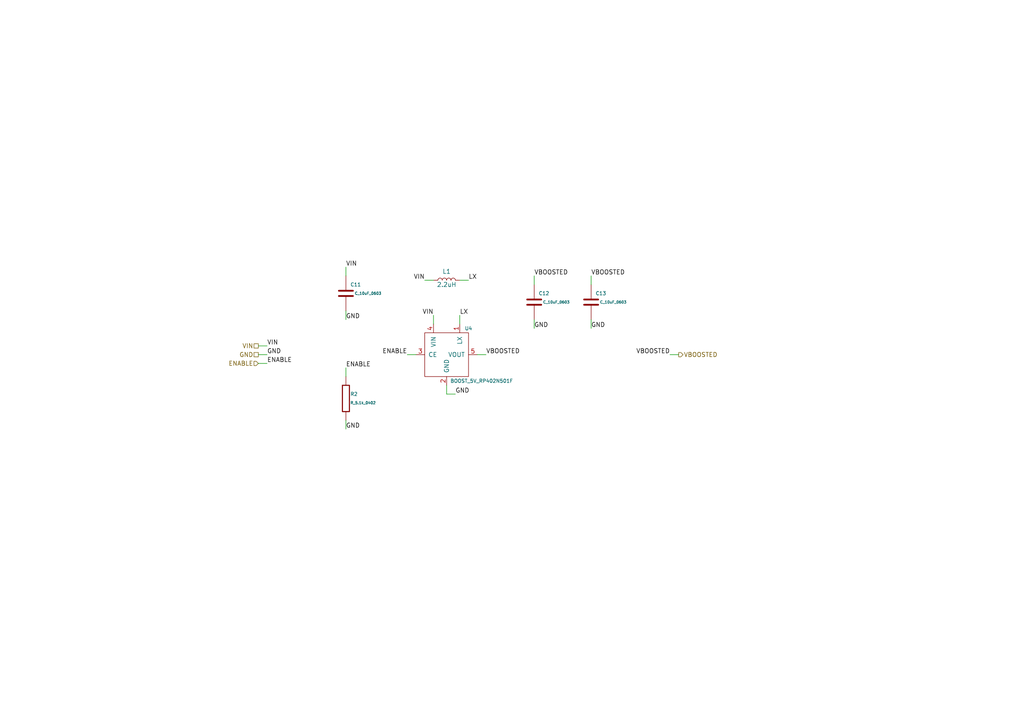
<source format=kicad_sch>
(kicad_sch (version 20211123) (generator eeschema)
  (paper "A4")
  (title_block (title "biym-board-power-boost") (rev "1.0"))
  (lib_symbols
    (symbol "Janelia:BOOST_5V_RP402N501F" (pin_names (offset 1.016))
      (property "Reference" "U" (at 6.35 7.62 0))
      (property "Value" "BOOST_5V_RP402N501F" (at 10.16 -7.62 0))
      (symbol "BOOST_5V_RP402N501F_0_1"
        (rectangle (start -6.35 6.35) (end 6.35 -6.35))
      )
      (symbol "BOOST_5V_RP402N501F_1_1"
        (pin passive line (at 3.81 8.89 270) (length 2.54) (name "LX") (number "1"))
        (pin power_in line (at 0 -8.89 90) (length 2.54) (name "GND") (number "2"))
        (pin input line (at -8.89 0 0) (length 2.54) (name "CE") (number "3"))
        (pin power_in line (at -3.81 8.89 270) (length 2.54) (name "VIN") (number "4"))
        (pin power_out line (at 8.89 0 180) (length 2.54) (name "VOUT") (number "5"))
      )
    )
    (symbol "Janelia:C_10uF_0603" (pin_numbers hide) (pin_names (offset 0.254))
      (property "Reference" "C" (at 0 2.54 0))
      (property "Value" "C_10uF_0603" (at 0 0 0))
      (symbol "C_10uF_0603_0_1"
        (polyline (pts (xy -2.032 -0.762) (xy 2.032 -0.762)) (stroke (width 0.508)))
        (polyline (pts (xy -2.032 0.762) (xy 2.032 0.762)) (stroke (width 0.508)))
      )
      (symbol "C_10uF_0603_1_1"
        (pin passive line (at 0 5.08 270) (length 4.318) (name "~") (number "1"))
        (pin passive line (at 0 -5.08 90) (length 4.318) (name "~") (number "2"))
      )
    )
    (symbol "Janelia:L_2.2uH_3A" (pin_numbers hide) (pin_names (offset 1.016) hide)
      (property "Reference" "L" (at -1.27 0 90))
      (property "Value" "L_2.2uH_3A" (at 1.905 0 90))
      (symbol "L_2.2uH_3A_0_1"
        (arc (start 0 -2.54) (mid 0.635 -1.905) (end 0 -1.27))
        (arc (start 0 -1.27) (mid 0.635 -0.635) (end 0 0))
        (arc (start 0 0) (mid 0.635 0.635) (end 0 1.27))
        (arc (start 0 1.27) (mid 0.635 1.905) (end 0 2.54))
      )
      (symbol "L_2.2uH_3A_1_1"
        (pin passive line (at 0 3.81 270) (length 1.27) (name "1") (number "1"))
        (pin passive line (at 0 -3.81 90) (length 1.27) (name "2") (number "2"))
      )
    )
    (symbol "Janelia:R_5.1k_0402" (pin_numbers hide) (pin_names (offset 0))
      (property "Reference" "R" (at 2.032 0 90))
      (property "Value" "R_5.1k_0402" (at 0 0 90))
      (symbol "R_5.1k_0402_0_1"
        (rectangle (start -1.016 3.81) (end 1.016 -3.81) (stroke (width 0.3048)))
      )
      (symbol "R_5.1k_0402_1_1"
        (pin passive line (at 0 6.35 270) (length 2.54) (name "~") (number "1"))
        (pin passive line (at 0 -6.35 90) (length 2.54) (name "~") (number "2"))
      )
    )
  )
  (wire (pts (xy 118.11 102.87) (xy 120.65 102.87)))
  (wire (pts (xy 133.35 81.28) (xy 135.89 81.28)))
  (wire (pts (xy 74.93 105.41) (xy 77.47 105.41)))
  (wire (pts (xy 138.43 102.87) (xy 140.97 102.87)))
  (wire (pts (xy 100.33 121.92) (xy 100.33 124.46)))
  (wire (pts (xy 123.19 81.28) (xy 125.73 81.28)))
  (wire (pts (xy 154.94 92.71) (xy 154.94 95.25)))
  (wire (pts (xy 133.35 91.44) (xy 133.35 93.98)))
  (wire (pts (xy 125.73 91.44) (xy 125.73 93.98)))
  (wire (pts (xy 74.93 100.33) (xy 77.47 100.33)))
  (wire (pts (xy 194.31 102.87) (xy 196.85 102.87)))
  (wire (pts (xy 171.45 92.71) (xy 171.45 95.25)))
  (wire (pts (xy 154.94 80.01) (xy 154.94 82.55)))
  (wire (pts (xy 171.45 80.01) (xy 171.45 82.55)))
  (wire (pts (xy 100.33 90.17) (xy 100.33 92.71)))
  (wire (pts (xy 74.93 102.87) (xy 77.47 102.87)))
  (wire (pts (xy 129.54 114.3) (xy 132.08 114.3)))
  (wire (pts (xy 100.33 106.68) (xy 100.33 109.22)))
  (wire (pts (xy 100.33 77.47) (xy 100.33 80.01)))
  (wire (pts (xy 129.54 111.76) (xy 129.54 114.3)))
  (label "VIN" (at 123.19 81.28 180))
  (label "VIN" (at 100.33 77.47 0))
  (label "GND" (at 100.33 124.46 0))
  (label "VBOOSTED" (at 194.31 102.87 180))
  (label "GND" (at 154.94 95.25 0))
  (label "GND" (at 171.45 95.25 0))
  (label "GND" (at 100.33 92.71 0))
  (label "VBOOSTED" (at 154.94 80.01 0))
  (label "VBOOSTED" (at 140.97 102.87 0))
  (label "ENABLE" (at 77.47 105.41 0))
  (label "ENABLE" (at 118.11 102.87 180))
  (label "LX" (at 135.89 81.28 0))
  (label "ENABLE" (at 100.33 106.68 0))
  (label "VIN" (at 125.73 91.44 180))
  (label "LX" (at 133.35 91.44 0))
  (label "GND" (at 132.08 114.3 0))
  (label "VBOOSTED" (at 171.45 80.01 0))
  (label "VIN" (at 77.47 100.33 0))
  (label "GND" (at 77.47 102.87 0))
  (hierarchical_label "VBOOSTED" (shape output) (at 196.85 102.87 0))
  (hierarchical_label "GND" (shape passive) (at 74.93 102.87 180))
  (hierarchical_label "ENABLE" (shape input) (at 74.93 105.41 180))
  (hierarchical_label "VIN" (shape passive) (at 74.93 100.33 180))
  (symbol (lib_id "Janelia:R_5.1k_0402") (at 100.33 115.57 0) (unit 1)
    (property "Reference" "R2" (at 101.6 114.3 0) (effects (font (size 1.016 1.016)) (justify left)))
    (property "Value" "R_5.1k_0402" (at 101.6 116.84 0) (effects (font (size 0.762 0.762)) (justify left)))
    (property "Footprint" "Janelia:SM0402" (effects hide))
    (property "Vendor" "Digi-Key" (effects hide))
    (property "Vendor Part Number" "P124488CT-ND" (effects hide))
    (property "Description" "RES SMD 5.1 KOHM 1% 1/5W" (effects hide))
    (property "Package" "0402" (effects hide))
    (property "Manufacturer" "Panasonic Electronic Components" (effects hide))
    (property "Manufacturer Part Number" "ERJ-PA2F5101X" (effects hide))
  )
  (symbol (lib_id "Janelia:BOOST_5V_RP402N501F") (at 129.54 102.87 0) (unit 1)
    (property "Reference" "U4" (at 135.89 95.25 0) (effects (font (size 1.016 1.016))))
    (property "Value" "BOOST_5V_RP402N501F" (at 139.7 110.49 0) (effects (font (size 1.016 1.016))))
    (property "Footprint" "Janelia:SOT-23-5" (effects hide))
    (property "Vendor" "Digi-Key" (effects hide))
    (property "Vendor Part Number" "2129-RP402N501F-TR-FECT-ND" (effects hide))
    (property "Description" "PWM/VFM STEP-UP DCDC CONVERTER W" (effects hide))
    (property "Manufacturer" "Nisshinbo Micro Devices Inc." (effects hide))
    (property "Manufacturer Part Number" "RP402N501F-TR-FE" (effects hide))
    (property "Package" "SOT-23-5" (effects hide))
  )
  (symbol (lib_id "Janelia:C_10uF_0603") (at 100.33 85.09 0) (unit 1)
    (property "Reference" "C11" (at 101.6 82.55 0) (effects (font (size 1.016 1.016)) (justify left)))
    (property "Value" "C_10uF_0603" (at 102.87 85.09 0) (effects (font (size 0.762 0.762)) (justify left)))
    (property "Footprint" "Janelia:SM0603" (effects hide))
    (property "Vendor" "Digi-Key" (effects hide))
    (property "Vendor Part Number" "490-6405-1-ND" (effects hide))
    (property "Description" "CAP CER 10UF 6.3V X5R" (effects hide))
    (property "Package" "0603 (1608 Metric)" (effects hide))
    (property "Manufacturer" "Murata Electronics" (effects hide))
    (property "Manufacturer Part Number" "GRM188R60J106ME47J" (effects hide))
  )
  (symbol (lib_id "Janelia:C_10uF_0603") (at 154.94 87.63 0) (unit 1)
    (property "Reference" "C12" (at 156.21 85.09 0) (effects (font (size 1.016 1.016)) (justify left)))
    (property "Value" "C_10uF_0603" (at 157.48 87.63 0) (effects (font (size 0.762 0.762)) (justify left)))
    (property "Footprint" "Janelia:SM0603" (effects hide))
    (property "Vendor" "Digi-Key" (effects hide))
    (property "Vendor Part Number" "490-6405-1-ND" (effects hide))
    (property "Description" "CAP CER 10UF 6.3V X5R" (effects hide))
    (property "Package" "0603 (1608 Metric)" (effects hide))
    (property "Manufacturer" "Murata Electronics" (effects hide))
    (property "Manufacturer Part Number" "GRM188R60J106ME47J" (effects hide))
  )
  (symbol (lib_id "Janelia:C_10uF_0603") (at 171.45 87.63 0) (unit 1)
    (property "Reference" "C13" (at 172.72 85.09 0) (effects (font (size 1.016 1.016)) (justify left)))
    (property "Value" "C_10uF_0603" (at 173.99 87.63 0) (effects (font (size 0.762 0.762)) (justify left)))
    (property "Footprint" "Janelia:SM0603" (effects hide))
    (property "Vendor" "Digi-Key" (effects hide))
    (property "Vendor Part Number" "490-6405-1-ND" (effects hide))
    (property "Description" "CAP CER 10UF 6.3V X5R" (effects hide))
    (property "Package" "0603 (1608 Metric)" (effects hide))
    (property "Manufacturer" "Murata Electronics" (effects hide))
    (property "Manufacturer Part Number" "GRM188R60J106ME47J" (effects hide))
  )
  (symbol (lib_id "Janelia:L_2.2uH_3A") (at 129.54 81.28 90) (unit 1)
    (property "Reference" "L1" (at 129.54 78.74 90))
    (property "Value" "2.2uH" (at 129.54 82.55 90))
    (property "Footprint" "Janelia:INDUCTOR_VLS_HBX" (effects hide))
    (property "Description" "FIXED IND 2.2UH 3.15A 106MOHM SM" (effects hide))
    (property "Manufacturer" "TDK Corporation" (effects hide))
    (property "Manufacturer Part Number" "VLS3012HBX-2R2M" (effects hide))
    (property "Vendor" "Digi-Key" (effects hide))
    (property "Vendor Part Number" "445-175069-1-ND" (effects hide))
  )
)
</source>
